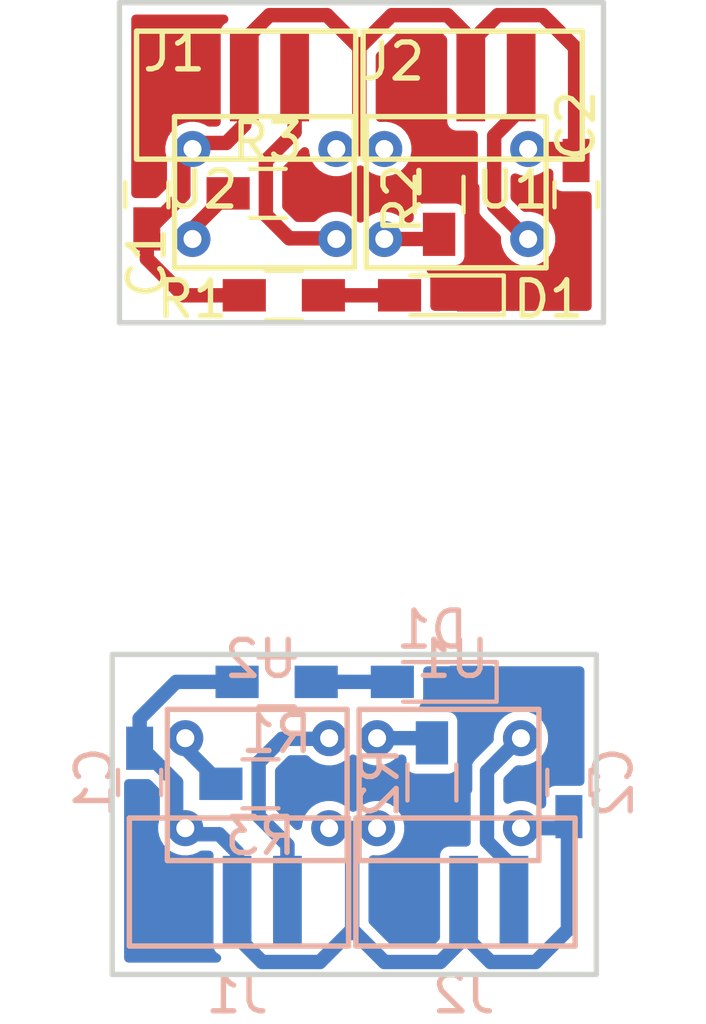
<source format=kicad_pcb>
(kicad_pcb (version 4) (host pcbnew 4.0.7-e2-6376~58~ubuntu16.04.1)

  (general
    (links 45)
    (no_connects 9)
    (area 30.131429 32.893 49.922572 64.325)
    (thickness 1.6)
    (drawings 8)
    (tracks 142)
    (zones 0)
    (modules 20)
    (nets 8)
  )

  (page A4)
  (layers
    (0 F.Cu signal)
    (31 B.Cu signal)
    (32 B.Adhes user)
    (33 F.Adhes user)
    (34 B.Paste user)
    (35 F.Paste user)
    (36 B.SilkS user)
    (37 F.SilkS user)
    (38 B.Mask user)
    (39 F.Mask user)
    (40 Dwgs.User user hide)
    (41 Cmts.User user)
    (42 Eco1.User user)
    (43 Eco2.User user)
    (44 Edge.Cuts user)
    (45 Margin user)
    (46 B.CrtYd user)
    (47 F.CrtYd user)
    (48 B.Fab user)
    (49 F.Fab user)
  )

  (setup
    (last_trace_width 0.25)
    (user_trace_width 0.4)
    (user_trace_width 1)
    (trace_clearance 0.2)
    (zone_clearance 0.254)
    (zone_45_only no)
    (trace_min 0.2)
    (segment_width 0.2)
    (edge_width 0.15)
    (via_size 0.6)
    (via_drill 0.4)
    (via_min_size 0.4)
    (via_min_drill 0.3)
    (uvia_size 0.3)
    (uvia_drill 0.1)
    (uvias_allowed no)
    (uvia_min_size 0.2)
    (uvia_min_drill 0.1)
    (pcb_text_width 0.3)
    (pcb_text_size 1.5 1.5)
    (mod_edge_width 0.15)
    (mod_text_size 1 1)
    (mod_text_width 0.15)
    (pad_size 1.524 1.524)
    (pad_drill 0.762)
    (pad_to_mask_clearance 0.2)
    (aux_axis_origin 0 0)
    (visible_elements 7FFEE76F)
    (pcbplotparams
      (layerselection 0x00030_80000001)
      (usegerberextensions false)
      (excludeedgelayer true)
      (linewidth 0.100000)
      (plotframeref false)
      (viasonmask false)
      (mode 1)
      (useauxorigin false)
      (hpglpennumber 1)
      (hpglpenspeed 20)
      (hpglpendiameter 15)
      (hpglpenoverlay 2)
      (psnegative false)
      (psa4output false)
      (plotreference true)
      (plotvalue true)
      (plotinvisibletext false)
      (padsonsilk false)
      (subtractmaskfromsilk false)
      (outputformat 1)
      (mirror false)
      (drillshape 1)
      (scaleselection 1)
      (outputdirectory ""))
  )

  (net 0 "")
  (net 1 +5V)
  (net 2 GND)
  (net 3 "Net-(D1-Pad2)")
  (net 4 "Net-(J1-Pad3)")
  (net 5 "Net-(J2-Pad3)")
  (net 6 "Net-(R2-Pad1)")
  (net 7 "Net-(R3-Pad1)")

  (net_class Default "This is the default net class."
    (clearance 0.2)
    (trace_width 0.25)
    (via_dia 0.6)
    (via_drill 0.4)
    (uvia_dia 0.3)
    (uvia_drill 0.1)
    (add_net +5V)
    (add_net GND)
    (add_net "Net-(D1-Pad2)")
    (add_net "Net-(J1-Pad3)")
    (add_net "Net-(J2-Pad3)")
    (add_net "Net-(R2-Pad1)")
    (add_net "Net-(R3-Pad1)")
  )

  (module zisaku:ZH-3pin-small-SMD (layer B.Cu) (tedit 5BCF5FFE) (tstamp 5BCF9484)
    (at 46.2 58.35 180)
    (path /5BCEC198)
    (fp_text reference J2 (at 3.1 -4.9 180) (layer B.SilkS)
      (effects (font (size 1 1) (thickness 0.15)) (justify mirror))
    )
    (fp_text value Conn_01x03 (at 3.5 1.2 180) (layer B.Fab)
      (effects (font (size 1 1) (thickness 0.15)) (justify mirror))
    )
    (fp_line (start 0 0) (end 6.096 0) (layer B.SilkS) (width 0.15))
    (fp_line (start 6.096 0) (end 6.096 -3.556) (layer B.SilkS) (width 0.15))
    (fp_line (start 6.096 -3.556) (end 0 -3.556) (layer B.SilkS) (width 0.15))
    (fp_line (start 0 -3.556) (end 0 0) (layer B.SilkS) (width 0.15))
    (pad 1 smd rect (at 4.5 -2.3 180) (size 0.8 2.5) (layers B.Cu B.Paste B.Mask)
      (net 2 GND))
    (pad 2 smd rect (at 3.1 -2.3 180) (size 0.8 2.5) (layers B.Cu B.Paste B.Mask)
      (net 1 +5V))
    (pad 3 smd rect (at 1.7 -2.3 180) (size 0.8 2.5) (layers B.Cu B.Paste B.Mask)
      (net 5 "Net-(J2-Pad3)"))
  )

  (module zisaku:ZH-3pin-small-SMD (layer B.Cu) (tedit 5BCF5FFE) (tstamp 5BCF947A)
    (at 39.9 58.35 180)
    (path /5BCEC1E0)
    (fp_text reference J1 (at 3.1 -4.9 180) (layer B.SilkS)
      (effects (font (size 1 1) (thickness 0.15)) (justify mirror))
    )
    (fp_text value Conn_01x03 (at 3.5 1.2 180) (layer B.Fab)
      (effects (font (size 1 1) (thickness 0.15)) (justify mirror))
    )
    (fp_line (start 0 0) (end 6.096 0) (layer B.SilkS) (width 0.15))
    (fp_line (start 6.096 0) (end 6.096 -3.556) (layer B.SilkS) (width 0.15))
    (fp_line (start 6.096 -3.556) (end 0 -3.556) (layer B.SilkS) (width 0.15))
    (fp_line (start 0 -3.556) (end 0 0) (layer B.SilkS) (width 0.15))
    (pad 1 smd rect (at 4.5 -2.3 180) (size 0.8 2.5) (layers B.Cu B.Paste B.Mask)
      (net 2 GND))
    (pad 2 smd rect (at 3.1 -2.3 180) (size 0.8 2.5) (layers B.Cu B.Paste B.Mask)
      (net 1 +5V))
    (pad 3 smd rect (at 1.7 -2.3 180) (size 0.8 2.5) (layers B.Cu B.Paste B.Mask)
      (net 4 "Net-(J1-Pad3)"))
  )

  (module Capacitors_SMD:C_0603_HandSoldering (layer B.Cu) (tedit 58AA848B) (tstamp 5BCF946A)
    (at 34.09 57.362 270)
    (descr "Capacitor SMD 0603, hand soldering")
    (tags "capacitor 0603")
    (path /5BCED102)
    (attr smd)
    (fp_text reference C1 (at 0 1.25 270) (layer B.SilkS)
      (effects (font (size 1 1) (thickness 0.15)) (justify mirror))
    )
    (fp_text value 0.1u (at 0 -1.5 270) (layer B.Fab)
      (effects (font (size 1 1) (thickness 0.15)) (justify mirror))
    )
    (fp_text user %R (at 0 1.25 270) (layer B.Fab)
      (effects (font (size 1 1) (thickness 0.15)) (justify mirror))
    )
    (fp_line (start -0.8 -0.4) (end -0.8 0.4) (layer B.Fab) (width 0.1))
    (fp_line (start 0.8 -0.4) (end -0.8 -0.4) (layer B.Fab) (width 0.1))
    (fp_line (start 0.8 0.4) (end 0.8 -0.4) (layer B.Fab) (width 0.1))
    (fp_line (start -0.8 0.4) (end 0.8 0.4) (layer B.Fab) (width 0.1))
    (fp_line (start -0.35 0.6) (end 0.35 0.6) (layer B.SilkS) (width 0.12))
    (fp_line (start 0.35 -0.6) (end -0.35 -0.6) (layer B.SilkS) (width 0.12))
    (fp_line (start -1.8 0.65) (end 1.8 0.65) (layer B.CrtYd) (width 0.05))
    (fp_line (start -1.8 0.65) (end -1.8 -0.65) (layer B.CrtYd) (width 0.05))
    (fp_line (start 1.8 -0.65) (end 1.8 0.65) (layer B.CrtYd) (width 0.05))
    (fp_line (start 1.8 -0.65) (end -1.8 -0.65) (layer B.CrtYd) (width 0.05))
    (pad 1 smd rect (at -0.95 0 270) (size 1.2 0.75) (layers B.Cu B.Paste B.Mask)
      (net 1 +5V))
    (pad 2 smd rect (at 0.95 0 270) (size 1.2 0.75) (layers B.Cu B.Paste B.Mask)
      (net 2 GND))
    (model Capacitors_SMD.3dshapes/C_0603.wrl
      (at (xyz 0 0 0))
      (scale (xyz 1 1 1))
      (rotate (xyz 0 0 0))
    )
  )

  (module Capacitors_SMD:C_0603_HandSoldering (layer B.Cu) (tedit 58AA848B) (tstamp 5BCF945A)
    (at 46.028 57.362 90)
    (descr "Capacitor SMD 0603, hand soldering")
    (tags "capacitor 0603")
    (path /5BCED145)
    (attr smd)
    (fp_text reference C2 (at 0 1.25 90) (layer B.SilkS)
      (effects (font (size 1 1) (thickness 0.15)) (justify mirror))
    )
    (fp_text value 0.1u (at 0 -1.5 90) (layer B.Fab)
      (effects (font (size 1 1) (thickness 0.15)) (justify mirror))
    )
    (fp_text user %R (at 0 1.25 90) (layer B.Fab)
      (effects (font (size 1 1) (thickness 0.15)) (justify mirror))
    )
    (fp_line (start -0.8 -0.4) (end -0.8 0.4) (layer B.Fab) (width 0.1))
    (fp_line (start 0.8 -0.4) (end -0.8 -0.4) (layer B.Fab) (width 0.1))
    (fp_line (start 0.8 0.4) (end 0.8 -0.4) (layer B.Fab) (width 0.1))
    (fp_line (start -0.8 0.4) (end 0.8 0.4) (layer B.Fab) (width 0.1))
    (fp_line (start -0.35 0.6) (end 0.35 0.6) (layer B.SilkS) (width 0.12))
    (fp_line (start 0.35 -0.6) (end -0.35 -0.6) (layer B.SilkS) (width 0.12))
    (fp_line (start -1.8 0.65) (end 1.8 0.65) (layer B.CrtYd) (width 0.05))
    (fp_line (start -1.8 0.65) (end -1.8 -0.65) (layer B.CrtYd) (width 0.05))
    (fp_line (start 1.8 -0.65) (end 1.8 0.65) (layer B.CrtYd) (width 0.05))
    (fp_line (start 1.8 -0.65) (end -1.8 -0.65) (layer B.CrtYd) (width 0.05))
    (pad 1 smd rect (at -0.95 0 90) (size 1.2 0.75) (layers B.Cu B.Paste B.Mask)
      (net 1 +5V))
    (pad 2 smd rect (at 0.95 0 90) (size 1.2 0.75) (layers B.Cu B.Paste B.Mask)
      (net 2 GND))
    (model Capacitors_SMD.3dshapes/C_0603.wrl
      (at (xyz 0 0 0))
      (scale (xyz 1 1 1))
      (rotate (xyz 0 0 0))
    )
  )

  (module LEDs:LED_0603_HandSoldering (layer B.Cu) (tedit 595FC9C0) (tstamp 5BCF9446)
    (at 42.218 54.568 180)
    (descr "LED SMD 0603, hand soldering")
    (tags "LED 0603")
    (path /5BCED25C)
    (attr smd)
    (fp_text reference D1 (at 0 1.45 180) (layer B.SilkS)
      (effects (font (size 1 1) (thickness 0.15)) (justify mirror))
    )
    (fp_text value LED (at 0 -1.55 180) (layer B.Fab)
      (effects (font (size 1 1) (thickness 0.15)) (justify mirror))
    )
    (fp_line (start -1.8 0.55) (end -1.8 -0.55) (layer B.SilkS) (width 0.12))
    (fp_line (start -0.2 0.2) (end -0.2 -0.2) (layer B.Fab) (width 0.1))
    (fp_line (start -0.15 0) (end 0.15 0.2) (layer B.Fab) (width 0.1))
    (fp_line (start 0.15 -0.2) (end -0.15 0) (layer B.Fab) (width 0.1))
    (fp_line (start 0.15 0.2) (end 0.15 -0.2) (layer B.Fab) (width 0.1))
    (fp_line (start 0.8 -0.4) (end -0.8 -0.4) (layer B.Fab) (width 0.1))
    (fp_line (start 0.8 0.4) (end 0.8 -0.4) (layer B.Fab) (width 0.1))
    (fp_line (start -0.8 0.4) (end 0.8 0.4) (layer B.Fab) (width 0.1))
    (fp_line (start -1.8 -0.55) (end 0.8 -0.55) (layer B.SilkS) (width 0.12))
    (fp_line (start -1.8 0.55) (end 0.8 0.55) (layer B.SilkS) (width 0.12))
    (fp_line (start -1.96 0.7) (end 1.95 0.7) (layer B.CrtYd) (width 0.05))
    (fp_line (start -1.96 0.7) (end -1.96 -0.7) (layer B.CrtYd) (width 0.05))
    (fp_line (start 1.95 -0.7) (end 1.95 0.7) (layer B.CrtYd) (width 0.05))
    (fp_line (start 1.95 -0.7) (end -1.96 -0.7) (layer B.CrtYd) (width 0.05))
    (fp_line (start -0.8 0.4) (end -0.8 -0.4) (layer B.Fab) (width 0.1))
    (pad 1 smd rect (at -1.1 0 180) (size 1.2 0.9) (layers B.Cu B.Paste B.Mask)
      (net 2 GND))
    (pad 2 smd rect (at 1.1 0 180) (size 1.2 0.9) (layers B.Cu B.Paste B.Mask)
      (net 3 "Net-(D1-Pad2)"))
    (model ${KISYS3DMOD}/LEDs.3dshapes/LED_0603.wrl
      (at (xyz 0 0 0))
      (scale (xyz 1 1 1))
      (rotate (xyz 0 0 180))
    )
  )

  (module Resistors_SMD:R_0603_HandSoldering (layer B.Cu) (tedit 58E0A804) (tstamp 5BCF9436)
    (at 37.9 54.568)
    (descr "Resistor SMD 0603, hand soldering")
    (tags "resistor 0603")
    (path /5BCEC7F4)
    (attr smd)
    (fp_text reference R1 (at 0 1.45) (layer B.SilkS)
      (effects (font (size 1 1) (thickness 0.15)) (justify mirror))
    )
    (fp_text value 1k (at 0 -1.55) (layer B.Fab)
      (effects (font (size 1 1) (thickness 0.15)) (justify mirror))
    )
    (fp_text user %R (at 0 0) (layer B.Fab)
      (effects (font (size 0.4 0.4) (thickness 0.075)) (justify mirror))
    )
    (fp_line (start -0.8 -0.4) (end -0.8 0.4) (layer B.Fab) (width 0.1))
    (fp_line (start 0.8 -0.4) (end -0.8 -0.4) (layer B.Fab) (width 0.1))
    (fp_line (start 0.8 0.4) (end 0.8 -0.4) (layer B.Fab) (width 0.1))
    (fp_line (start -0.8 0.4) (end 0.8 0.4) (layer B.Fab) (width 0.1))
    (fp_line (start 0.5 -0.68) (end -0.5 -0.68) (layer B.SilkS) (width 0.12))
    (fp_line (start -0.5 0.68) (end 0.5 0.68) (layer B.SilkS) (width 0.12))
    (fp_line (start -1.96 0.7) (end 1.95 0.7) (layer B.CrtYd) (width 0.05))
    (fp_line (start -1.96 0.7) (end -1.96 -0.7) (layer B.CrtYd) (width 0.05))
    (fp_line (start 1.95 -0.7) (end 1.95 0.7) (layer B.CrtYd) (width 0.05))
    (fp_line (start 1.95 -0.7) (end -1.96 -0.7) (layer B.CrtYd) (width 0.05))
    (pad 1 smd rect (at -1.1 0) (size 1.2 0.9) (layers B.Cu B.Paste B.Mask)
      (net 1 +5V))
    (pad 2 smd rect (at 1.1 0) (size 1.2 0.9) (layers B.Cu B.Paste B.Mask)
      (net 3 "Net-(D1-Pad2)"))
    (model ${KISYS3DMOD}/Resistors_SMD.3dshapes/R_0603.wrl
      (at (xyz 0 0 0))
      (scale (xyz 1 1 1))
      (rotate (xyz 0 0 0))
    )
  )

  (module Resistors_SMD:R_0603_HandSoldering (layer B.Cu) (tedit 58E0A804) (tstamp 5BCF9426)
    (at 42.218 57.362 270)
    (descr "Resistor SMD 0603, hand soldering")
    (tags "resistor 0603")
    (path /5BCEC25E)
    (attr smd)
    (fp_text reference R2 (at 0 1.45 270) (layer B.SilkS)
      (effects (font (size 1 1) (thickness 0.15)) (justify mirror))
    )
    (fp_text value 470 (at 0 -1.55 270) (layer B.Fab)
      (effects (font (size 1 1) (thickness 0.15)) (justify mirror))
    )
    (fp_text user %R (at 0 0 270) (layer B.Fab)
      (effects (font (size 0.4 0.4) (thickness 0.075)) (justify mirror))
    )
    (fp_line (start -0.8 -0.4) (end -0.8 0.4) (layer B.Fab) (width 0.1))
    (fp_line (start 0.8 -0.4) (end -0.8 -0.4) (layer B.Fab) (width 0.1))
    (fp_line (start 0.8 0.4) (end 0.8 -0.4) (layer B.Fab) (width 0.1))
    (fp_line (start -0.8 0.4) (end 0.8 0.4) (layer B.Fab) (width 0.1))
    (fp_line (start 0.5 -0.68) (end -0.5 -0.68) (layer B.SilkS) (width 0.12))
    (fp_line (start -0.5 0.68) (end 0.5 0.68) (layer B.SilkS) (width 0.12))
    (fp_line (start -1.96 0.7) (end 1.95 0.7) (layer B.CrtYd) (width 0.05))
    (fp_line (start -1.96 0.7) (end -1.96 -0.7) (layer B.CrtYd) (width 0.05))
    (fp_line (start 1.95 -0.7) (end 1.95 0.7) (layer B.CrtYd) (width 0.05))
    (fp_line (start 1.95 -0.7) (end -1.96 -0.7) (layer B.CrtYd) (width 0.05))
    (pad 1 smd rect (at -1.1 0 270) (size 1.2 0.9) (layers B.Cu B.Paste B.Mask)
      (net 6 "Net-(R2-Pad1)"))
    (pad 2 smd rect (at 1.1 0 270) (size 1.2 0.9) (layers B.Cu B.Paste B.Mask)
      (net 2 GND))
    (model ${KISYS3DMOD}/Resistors_SMD.3dshapes/R_0603.wrl
      (at (xyz 0 0 0))
      (scale (xyz 1 1 1))
      (rotate (xyz 0 0 0))
    )
  )

  (module Resistors_SMD:R_0603_HandSoldering (layer B.Cu) (tedit 58E0A804) (tstamp 5BCF9416)
    (at 37.45 57.4)
    (descr "Resistor SMD 0603, hand soldering")
    (tags "resistor 0603")
    (path /5BCEC2B7)
    (attr smd)
    (fp_text reference R3 (at 0 1.45) (layer B.SilkS)
      (effects (font (size 1 1) (thickness 0.15)) (justify mirror))
    )
    (fp_text value 470 (at 0 -1.55) (layer B.Fab)
      (effects (font (size 1 1) (thickness 0.15)) (justify mirror))
    )
    (fp_text user %R (at 0 0) (layer B.Fab)
      (effects (font (size 0.4 0.4) (thickness 0.075)) (justify mirror))
    )
    (fp_line (start -0.8 -0.4) (end -0.8 0.4) (layer B.Fab) (width 0.1))
    (fp_line (start 0.8 -0.4) (end -0.8 -0.4) (layer B.Fab) (width 0.1))
    (fp_line (start 0.8 0.4) (end 0.8 -0.4) (layer B.Fab) (width 0.1))
    (fp_line (start -0.8 0.4) (end 0.8 0.4) (layer B.Fab) (width 0.1))
    (fp_line (start 0.5 -0.68) (end -0.5 -0.68) (layer B.SilkS) (width 0.12))
    (fp_line (start -0.5 0.68) (end 0.5 0.68) (layer B.SilkS) (width 0.12))
    (fp_line (start -1.96 0.7) (end 1.95 0.7) (layer B.CrtYd) (width 0.05))
    (fp_line (start -1.96 0.7) (end -1.96 -0.7) (layer B.CrtYd) (width 0.05))
    (fp_line (start 1.95 -0.7) (end 1.95 0.7) (layer B.CrtYd) (width 0.05))
    (fp_line (start 1.95 -0.7) (end -1.96 -0.7) (layer B.CrtYd) (width 0.05))
    (pad 1 smd rect (at -1.1 0) (size 1.2 0.9) (layers B.Cu B.Paste B.Mask)
      (net 7 "Net-(R3-Pad1)"))
    (pad 2 smd rect (at 1.1 0) (size 1.2 0.9) (layers B.Cu B.Paste B.Mask)
      (net 2 GND))
    (model ${KISYS3DMOD}/Resistors_SMD.3dshapes/R_0603.wrl
      (at (xyz 0 0 0))
      (scale (xyz 1 1 1))
      (rotate (xyz 0 0 0))
    )
  )

  (module zisaku:photo-ee-sx1103 (layer B.Cu) (tedit 5BCECDA2) (tstamp 5BCF940B)
    (at 40.694 58.632)
    (path /5BCEBECA)
    (fp_text reference U1 (at 2.1 -4.7) (layer B.SilkS)
      (effects (font (size 1 1) (thickness 0.15)) (justify mirror))
    )
    (fp_text value PHOTOINTERRUPT1 (at 1.9 1.8) (layer B.Fab)
      (effects (font (size 1 1) (thickness 0.15)) (justify mirror))
    )
    (fp_line (start -0.5 0.9) (end -0.5 -3.3) (layer B.SilkS) (width 0.15))
    (fp_line (start -0.5 -3.3) (end 4.5 -3.3) (layer B.SilkS) (width 0.15))
    (fp_line (start 4.5 0.9) (end 4.5 -3.3) (layer B.SilkS) (width 0.15))
    (fp_line (start -0.5 0.9) (end 4.5 0.9) (layer B.SilkS) (width 0.15))
    (pad 1 thru_hole circle (at 0 0) (size 1 1) (drill 0.5) (layers *.Cu *.Mask)
      (net 1 +5V))
    (pad 2 thru_hole circle (at 0 -2.5) (size 1 1) (drill 0.5) (layers *.Cu *.Mask)
      (net 6 "Net-(R2-Pad1)"))
    (pad 3 thru_hole circle (at 4 0) (size 1 1) (drill 0.5) (layers *.Cu *.Mask)
      (net 1 +5V))
    (pad 4 thru_hole circle (at 4 -2.5) (size 1 1) (drill 0.5) (layers *.Cu *.Mask)
      (net 5 "Net-(J2-Pad3)"))
  )

  (module zisaku:photo-ee-sx1103 (layer B.Cu) (tedit 5BCECDA2) (tstamp 5BCF9400)
    (at 35.36 58.632)
    (path /5BCEBF5A)
    (fp_text reference U2 (at 2.1 -4.7) (layer B.SilkS)
      (effects (font (size 1 1) (thickness 0.15)) (justify mirror))
    )
    (fp_text value PHOTOINTERRUPT1 (at 1.9 1.8) (layer B.Fab)
      (effects (font (size 1 1) (thickness 0.15)) (justify mirror))
    )
    (fp_line (start -0.5 0.9) (end -0.5 -3.3) (layer B.SilkS) (width 0.15))
    (fp_line (start -0.5 -3.3) (end 4.5 -3.3) (layer B.SilkS) (width 0.15))
    (fp_line (start 4.5 0.9) (end 4.5 -3.3) (layer B.SilkS) (width 0.15))
    (fp_line (start -0.5 0.9) (end 4.5 0.9) (layer B.SilkS) (width 0.15))
    (pad 1 thru_hole circle (at 0 0) (size 1 1) (drill 0.5) (layers *.Cu *.Mask)
      (net 1 +5V))
    (pad 2 thru_hole circle (at 0 -2.5) (size 1 1) (drill 0.5) (layers *.Cu *.Mask)
      (net 7 "Net-(R3-Pad1)"))
    (pad 3 thru_hole circle (at 4 0) (size 1 1) (drill 0.5) (layers *.Cu *.Mask)
      (net 1 +5V))
    (pad 4 thru_hole circle (at 4 -2.5) (size 1 1) (drill 0.5) (layers *.Cu *.Mask)
      (net 4 "Net-(J1-Pad3)"))
  )

  (module zisaku:photo-ee-sx1103 (layer F.Cu) (tedit 5C32EC67) (tstamp 5BCEF3C8)
    (at 35.56 39.766)
    (path /5BCEBF5A)
    (fp_text reference U2 (at 0.254 1.128) (layer F.SilkS)
      (effects (font (size 1 1) (thickness 0.15)))
    )
    (fp_text value PHOTOINTERRUPT1 (at 1.9 -1.8) (layer F.Fab)
      (effects (font (size 1 1) (thickness 0.15)))
    )
    (fp_line (start -0.5 -0.9) (end -0.5 3.3) (layer F.SilkS) (width 0.15))
    (fp_line (start -0.5 3.3) (end 4.5 3.3) (layer F.SilkS) (width 0.15))
    (fp_line (start 4.5 -0.9) (end 4.5 3.3) (layer F.SilkS) (width 0.15))
    (fp_line (start -0.5 -0.9) (end 4.5 -0.9) (layer F.SilkS) (width 0.15))
    (pad 1 thru_hole circle (at 0 0) (size 1 1) (drill 0.5) (layers *.Cu *.Mask)
      (net 1 +5V))
    (pad 2 thru_hole circle (at 0 2.5) (size 1 1) (drill 0.5) (layers *.Cu *.Mask)
      (net 7 "Net-(R3-Pad1)"))
    (pad 3 thru_hole circle (at 4 0) (size 1 1) (drill 0.5) (layers *.Cu *.Mask)
      (net 1 +5V))
    (pad 4 thru_hole circle (at 4 2.5) (size 1 1) (drill 0.5) (layers *.Cu *.Mask)
      (net 4 "Net-(J1-Pad3)"))
  )

  (module zisaku:photo-ee-sx1103 (layer F.Cu) (tedit 5C32EC85) (tstamp 5BCEF3BD)
    (at 40.894 39.766)
    (path /5BCEBECA)
    (fp_text reference U1 (at 3.556 1.128) (layer F.SilkS)
      (effects (font (size 1 1) (thickness 0.15)))
    )
    (fp_text value PHOTOINTERRUPT1 (at 1.9 -1.8) (layer F.Fab)
      (effects (font (size 1 1) (thickness 0.15)))
    )
    (fp_line (start -0.5 -0.9) (end -0.5 3.3) (layer F.SilkS) (width 0.15))
    (fp_line (start -0.5 3.3) (end 4.5 3.3) (layer F.SilkS) (width 0.15))
    (fp_line (start 4.5 -0.9) (end 4.5 3.3) (layer F.SilkS) (width 0.15))
    (fp_line (start -0.5 -0.9) (end 4.5 -0.9) (layer F.SilkS) (width 0.15))
    (pad 1 thru_hole circle (at 0 0) (size 1 1) (drill 0.5) (layers *.Cu *.Mask)
      (net 1 +5V))
    (pad 2 thru_hole circle (at 0 2.5) (size 1 1) (drill 0.5) (layers *.Cu *.Mask)
      (net 6 "Net-(R2-Pad1)"))
    (pad 3 thru_hole circle (at 4 0) (size 1 1) (drill 0.5) (layers *.Cu *.Mask)
      (net 1 +5V))
    (pad 4 thru_hole circle (at 4 2.5) (size 1 1) (drill 0.5) (layers *.Cu *.Mask)
      (net 5 "Net-(J2-Pad3)"))
  )

  (module Resistors_SMD:R_0603_HandSoldering (layer F.Cu) (tedit 58E0A804) (tstamp 5BCEF3AD)
    (at 37.65 40.998)
    (descr "Resistor SMD 0603, hand soldering")
    (tags "resistor 0603")
    (path /5BCEC2B7)
    (attr smd)
    (fp_text reference R3 (at 0 -1.45) (layer F.SilkS)
      (effects (font (size 1 1) (thickness 0.15)))
    )
    (fp_text value 470 (at 0 1.55) (layer F.Fab)
      (effects (font (size 1 1) (thickness 0.15)))
    )
    (fp_text user %R (at 0 0) (layer F.Fab)
      (effects (font (size 0.4 0.4) (thickness 0.075)))
    )
    (fp_line (start -0.8 0.4) (end -0.8 -0.4) (layer F.Fab) (width 0.1))
    (fp_line (start 0.8 0.4) (end -0.8 0.4) (layer F.Fab) (width 0.1))
    (fp_line (start 0.8 -0.4) (end 0.8 0.4) (layer F.Fab) (width 0.1))
    (fp_line (start -0.8 -0.4) (end 0.8 -0.4) (layer F.Fab) (width 0.1))
    (fp_line (start 0.5 0.68) (end -0.5 0.68) (layer F.SilkS) (width 0.12))
    (fp_line (start -0.5 -0.68) (end 0.5 -0.68) (layer F.SilkS) (width 0.12))
    (fp_line (start -1.96 -0.7) (end 1.95 -0.7) (layer F.CrtYd) (width 0.05))
    (fp_line (start -1.96 -0.7) (end -1.96 0.7) (layer F.CrtYd) (width 0.05))
    (fp_line (start 1.95 0.7) (end 1.95 -0.7) (layer F.CrtYd) (width 0.05))
    (fp_line (start 1.95 0.7) (end -1.96 0.7) (layer F.CrtYd) (width 0.05))
    (pad 1 smd rect (at -1.1 0) (size 1.2 0.9) (layers F.Cu F.Paste F.Mask)
      (net 7 "Net-(R3-Pad1)"))
    (pad 2 smd rect (at 1.1 0) (size 1.2 0.9) (layers F.Cu F.Paste F.Mask)
      (net 2 GND))
    (model ${KISYS3DMOD}/Resistors_SMD.3dshapes/R_0603.wrl
      (at (xyz 0 0 0))
      (scale (xyz 1 1 1))
      (rotate (xyz 0 0 0))
    )
  )

  (module Resistors_SMD:R_0603_HandSoldering (layer F.Cu) (tedit 5C32EC81) (tstamp 5BCEF39D)
    (at 42.418 41.036 90)
    (descr "Resistor SMD 0603, hand soldering")
    (tags "resistor 0603")
    (path /5BCEC25E)
    (attr smd)
    (fp_text reference R2 (at -0.112 -1.016 90) (layer F.SilkS)
      (effects (font (size 1 1) (thickness 0.15)))
    )
    (fp_text value 470 (at 0 1.55 90) (layer F.Fab)
      (effects (font (size 1 1) (thickness 0.15)))
    )
    (fp_text user %R (at 0 0 90) (layer F.Fab)
      (effects (font (size 0.4 0.4) (thickness 0.075)))
    )
    (fp_line (start -0.8 0.4) (end -0.8 -0.4) (layer F.Fab) (width 0.1))
    (fp_line (start 0.8 0.4) (end -0.8 0.4) (layer F.Fab) (width 0.1))
    (fp_line (start 0.8 -0.4) (end 0.8 0.4) (layer F.Fab) (width 0.1))
    (fp_line (start -0.8 -0.4) (end 0.8 -0.4) (layer F.Fab) (width 0.1))
    (fp_line (start 0.5 0.68) (end -0.5 0.68) (layer F.SilkS) (width 0.12))
    (fp_line (start -0.5 -0.68) (end 0.5 -0.68) (layer F.SilkS) (width 0.12))
    (fp_line (start -1.96 -0.7) (end 1.95 -0.7) (layer F.CrtYd) (width 0.05))
    (fp_line (start -1.96 -0.7) (end -1.96 0.7) (layer F.CrtYd) (width 0.05))
    (fp_line (start 1.95 0.7) (end 1.95 -0.7) (layer F.CrtYd) (width 0.05))
    (fp_line (start 1.95 0.7) (end -1.96 0.7) (layer F.CrtYd) (width 0.05))
    (pad 1 smd rect (at -1.1 0 90) (size 1.2 0.9) (layers F.Cu F.Paste F.Mask)
      (net 6 "Net-(R2-Pad1)"))
    (pad 2 smd rect (at 1.1 0 90) (size 1.2 0.9) (layers F.Cu F.Paste F.Mask)
      (net 2 GND))
    (model ${KISYS3DMOD}/Resistors_SMD.3dshapes/R_0603.wrl
      (at (xyz 0 0 0))
      (scale (xyz 1 1 1))
      (rotate (xyz 0 0 0))
    )
  )

  (module Resistors_SMD:R_0603_HandSoldering (layer F.Cu) (tedit 5C32EC95) (tstamp 5BCEF38D)
    (at 38.1 43.83)
    (descr "Resistor SMD 0603, hand soldering")
    (tags "resistor 0603")
    (path /5BCEC7F4)
    (attr smd)
    (fp_text reference R1 (at -2.54 0.112) (layer F.SilkS)
      (effects (font (size 1 1) (thickness 0.15)))
    )
    (fp_text value 1k (at 0 1.55) (layer F.Fab)
      (effects (font (size 1 1) (thickness 0.15)))
    )
    (fp_text user %R (at 0 0) (layer F.Fab)
      (effects (font (size 0.4 0.4) (thickness 0.075)))
    )
    (fp_line (start -0.8 0.4) (end -0.8 -0.4) (layer F.Fab) (width 0.1))
    (fp_line (start 0.8 0.4) (end -0.8 0.4) (layer F.Fab) (width 0.1))
    (fp_line (start 0.8 -0.4) (end 0.8 0.4) (layer F.Fab) (width 0.1))
    (fp_line (start -0.8 -0.4) (end 0.8 -0.4) (layer F.Fab) (width 0.1))
    (fp_line (start 0.5 0.68) (end -0.5 0.68) (layer F.SilkS) (width 0.12))
    (fp_line (start -0.5 -0.68) (end 0.5 -0.68) (layer F.SilkS) (width 0.12))
    (fp_line (start -1.96 -0.7) (end 1.95 -0.7) (layer F.CrtYd) (width 0.05))
    (fp_line (start -1.96 -0.7) (end -1.96 0.7) (layer F.CrtYd) (width 0.05))
    (fp_line (start 1.95 0.7) (end 1.95 -0.7) (layer F.CrtYd) (width 0.05))
    (fp_line (start 1.95 0.7) (end -1.96 0.7) (layer F.CrtYd) (width 0.05))
    (pad 1 smd rect (at -1.1 0) (size 1.2 0.9) (layers F.Cu F.Paste F.Mask)
      (net 1 +5V))
    (pad 2 smd rect (at 1.1 0) (size 1.2 0.9) (layers F.Cu F.Paste F.Mask)
      (net 3 "Net-(D1-Pad2)"))
    (model ${KISYS3DMOD}/Resistors_SMD.3dshapes/R_0603.wrl
      (at (xyz 0 0 0))
      (scale (xyz 1 1 1))
      (rotate (xyz 0 0 0))
    )
  )

  (module LEDs:LED_0603_HandSoldering (layer F.Cu) (tedit 5C32EC99) (tstamp 5BCEF379)
    (at 42.418 43.83 180)
    (descr "LED SMD 0603, hand soldering")
    (tags "LED 0603")
    (path /5BCED25C)
    (attr smd)
    (fp_text reference D1 (at -3.048 -0.112 180) (layer F.SilkS)
      (effects (font (size 1 1) (thickness 0.15)))
    )
    (fp_text value LED (at 0 1.55 180) (layer F.Fab)
      (effects (font (size 1 1) (thickness 0.15)))
    )
    (fp_line (start -1.8 -0.55) (end -1.8 0.55) (layer F.SilkS) (width 0.12))
    (fp_line (start -0.2 -0.2) (end -0.2 0.2) (layer F.Fab) (width 0.1))
    (fp_line (start -0.15 0) (end 0.15 -0.2) (layer F.Fab) (width 0.1))
    (fp_line (start 0.15 0.2) (end -0.15 0) (layer F.Fab) (width 0.1))
    (fp_line (start 0.15 -0.2) (end 0.15 0.2) (layer F.Fab) (width 0.1))
    (fp_line (start 0.8 0.4) (end -0.8 0.4) (layer F.Fab) (width 0.1))
    (fp_line (start 0.8 -0.4) (end 0.8 0.4) (layer F.Fab) (width 0.1))
    (fp_line (start -0.8 -0.4) (end 0.8 -0.4) (layer F.Fab) (width 0.1))
    (fp_line (start -1.8 0.55) (end 0.8 0.55) (layer F.SilkS) (width 0.12))
    (fp_line (start -1.8 -0.55) (end 0.8 -0.55) (layer F.SilkS) (width 0.12))
    (fp_line (start -1.96 -0.7) (end 1.95 -0.7) (layer F.CrtYd) (width 0.05))
    (fp_line (start -1.96 -0.7) (end -1.96 0.7) (layer F.CrtYd) (width 0.05))
    (fp_line (start 1.95 0.7) (end 1.95 -0.7) (layer F.CrtYd) (width 0.05))
    (fp_line (start 1.95 0.7) (end -1.96 0.7) (layer F.CrtYd) (width 0.05))
    (fp_line (start -0.8 -0.4) (end -0.8 0.4) (layer F.Fab) (width 0.1))
    (pad 1 smd rect (at -1.1 0 180) (size 1.2 0.9) (layers F.Cu F.Paste F.Mask)
      (net 2 GND))
    (pad 2 smd rect (at 1.1 0 180) (size 1.2 0.9) (layers F.Cu F.Paste F.Mask)
      (net 3 "Net-(D1-Pad2)"))
    (model ${KISYS3DMOD}/LEDs.3dshapes/LED_0603.wrl
      (at (xyz 0 0 0))
      (scale (xyz 1 1 1))
      (rotate (xyz 0 0 180))
    )
  )

  (module Capacitors_SMD:C_0603_HandSoldering (layer F.Cu) (tedit 5C32ECCA) (tstamp 5BCEF369)
    (at 46.228 41.036 270)
    (descr "Capacitor SMD 0603, hand soldering")
    (tags "capacitor 0603")
    (path /5BCED145)
    (attr smd)
    (fp_text reference C2 (at 0 -1.25 270) (layer F.SilkS) hide
      (effects (font (size 1 1) (thickness 0.15)))
    )
    (fp_text value 0.1u (at 0 1.5 270) (layer F.Fab)
      (effects (font (size 1 1) (thickness 0.15)))
    )
    (fp_text user %R (at -1.92 0 270) (layer F.SilkS)
      (effects (font (size 1 1) (thickness 0.15)))
    )
    (fp_line (start -0.8 0.4) (end -0.8 -0.4) (layer F.Fab) (width 0.1))
    (fp_line (start 0.8 0.4) (end -0.8 0.4) (layer F.Fab) (width 0.1))
    (fp_line (start 0.8 -0.4) (end 0.8 0.4) (layer F.Fab) (width 0.1))
    (fp_line (start -0.8 -0.4) (end 0.8 -0.4) (layer F.Fab) (width 0.1))
    (fp_line (start -0.35 -0.6) (end 0.35 -0.6) (layer F.SilkS) (width 0.12))
    (fp_line (start 0.35 0.6) (end -0.35 0.6) (layer F.SilkS) (width 0.12))
    (fp_line (start -1.8 -0.65) (end 1.8 -0.65) (layer F.CrtYd) (width 0.05))
    (fp_line (start -1.8 -0.65) (end -1.8 0.65) (layer F.CrtYd) (width 0.05))
    (fp_line (start 1.8 0.65) (end 1.8 -0.65) (layer F.CrtYd) (width 0.05))
    (fp_line (start 1.8 0.65) (end -1.8 0.65) (layer F.CrtYd) (width 0.05))
    (pad 1 smd rect (at -0.95 0 270) (size 1.2 0.75) (layers F.Cu F.Paste F.Mask)
      (net 1 +5V))
    (pad 2 smd rect (at 0.95 0 270) (size 1.2 0.75) (layers F.Cu F.Paste F.Mask)
      (net 2 GND))
    (model Capacitors_SMD.3dshapes/C_0603.wrl
      (at (xyz 0 0 0))
      (scale (xyz 1 1 1))
      (rotate (xyz 0 0 0))
    )
  )

  (module Capacitors_SMD:C_0603_HandSoldering (layer F.Cu) (tedit 5C32ECC0) (tstamp 5BCEF359)
    (at 34.29 41.036 90)
    (descr "Capacitor SMD 0603, hand soldering")
    (tags "capacitor 0603")
    (path /5BCED102)
    (attr smd)
    (fp_text reference C1 (at -0.112 -1.27 90) (layer F.SilkS) hide
      (effects (font (size 1 1) (thickness 0.15)))
    )
    (fp_text value 0.1u (at 0 1.5 90) (layer F.Fab)
      (effects (font (size 1 1) (thickness 0.15)))
    )
    (fp_text user %R (at -1.89 0 90) (layer F.SilkS)
      (effects (font (size 1 1) (thickness 0.15)))
    )
    (fp_line (start -0.8 0.4) (end -0.8 -0.4) (layer F.Fab) (width 0.1))
    (fp_line (start 0.8 0.4) (end -0.8 0.4) (layer F.Fab) (width 0.1))
    (fp_line (start 0.8 -0.4) (end 0.8 0.4) (layer F.Fab) (width 0.1))
    (fp_line (start -0.8 -0.4) (end 0.8 -0.4) (layer F.Fab) (width 0.1))
    (fp_line (start -0.35 -0.6) (end 0.35 -0.6) (layer F.SilkS) (width 0.12))
    (fp_line (start 0.35 0.6) (end -0.35 0.6) (layer F.SilkS) (width 0.12))
    (fp_line (start -1.8 -0.65) (end 1.8 -0.65) (layer F.CrtYd) (width 0.05))
    (fp_line (start -1.8 -0.65) (end -1.8 0.65) (layer F.CrtYd) (width 0.05))
    (fp_line (start 1.8 0.65) (end 1.8 -0.65) (layer F.CrtYd) (width 0.05))
    (fp_line (start 1.8 0.65) (end -1.8 0.65) (layer F.CrtYd) (width 0.05))
    (pad 1 smd rect (at -0.95 0 90) (size 1.2 0.75) (layers F.Cu F.Paste F.Mask)
      (net 1 +5V))
    (pad 2 smd rect (at 0.95 0 90) (size 1.2 0.75) (layers F.Cu F.Paste F.Mask)
      (net 2 GND))
    (model Capacitors_SMD.3dshapes/C_0603.wrl
      (at (xyz 0 0 0))
      (scale (xyz 1 1 1))
      (rotate (xyz 0 0 0))
    )
  )

  (module zisaku:ZH-3pin-small-SMD (layer F.Cu) (tedit 5C32EC76) (tstamp 5BCEF3D3)
    (at 40.1 40.048 180)
    (path /5BCEC1E0)
    (fp_text reference J1 (at 5.048 2.964 180) (layer F.SilkS)
      (effects (font (size 1 1) (thickness 0.15)))
    )
    (fp_text value Conn_01x03 (at 3.5 -1.2 180) (layer F.Fab)
      (effects (font (size 1 1) (thickness 0.15)))
    )
    (fp_line (start 0 0) (end 6.096 0) (layer F.SilkS) (width 0.15))
    (fp_line (start 6.096 0) (end 6.096 3.556) (layer F.SilkS) (width 0.15))
    (fp_line (start 6.096 3.556) (end 0 3.556) (layer F.SilkS) (width 0.15))
    (fp_line (start 0 3.556) (end 0 0) (layer F.SilkS) (width 0.15))
    (pad 1 smd rect (at 4.5 2.3 180) (size 0.8 2.5) (layers F.Cu F.Paste F.Mask)
      (net 2 GND))
    (pad 2 smd rect (at 3.1 2.3 180) (size 0.8 2.5) (layers F.Cu F.Paste F.Mask)
      (net 1 +5V))
    (pad 3 smd rect (at 1.7 2.3 180) (size 0.8 2.5) (layers F.Cu F.Paste F.Mask)
      (net 4 "Net-(J1-Pad3)"))
  )

  (module zisaku:ZH-3pin-small-SMD (layer F.Cu) (tedit 5C32EC79) (tstamp 5BCEF34F)
    (at 46.4 40.048 180)
    (path /5BCEC198)
    (fp_text reference J2 (at 5.252 2.71 180) (layer F.SilkS)
      (effects (font (size 1 1) (thickness 0.15)))
    )
    (fp_text value Conn_01x03 (at 3.5 -1.2 180) (layer F.Fab)
      (effects (font (size 1 1) (thickness 0.15)))
    )
    (fp_line (start 0 0) (end 6.096 0) (layer F.SilkS) (width 0.15))
    (fp_line (start 6.096 0) (end 6.096 3.556) (layer F.SilkS) (width 0.15))
    (fp_line (start 6.096 3.556) (end 0 3.556) (layer F.SilkS) (width 0.15))
    (fp_line (start 0 3.556) (end 0 0) (layer F.SilkS) (width 0.15))
    (pad 1 smd rect (at 4.5 2.3 180) (size 0.8 2.5) (layers F.Cu F.Paste F.Mask)
      (net 2 GND))
    (pad 2 smd rect (at 3.1 2.3 180) (size 0.8 2.5) (layers F.Cu F.Paste F.Mask)
      (net 1 +5V))
    (pad 3 smd rect (at 1.7 2.3 180) (size 0.8 2.5) (layers F.Cu F.Paste F.Mask)
      (net 5 "Net-(J2-Pad3)"))
  )

  (gr_line (start 46.79 53.806) (end 46.79 62.696) (angle 90) (layer Edge.Cuts) (width 0.15) (tstamp 5BCF94D8))
  (gr_line (start 33.328 53.806) (end 46.79 53.806) (angle 90) (layer Edge.Cuts) (width 0.15) (tstamp 5BCF94D7))
  (gr_line (start 33.328 62.696) (end 33.328 53.806) (angle 90) (layer Edge.Cuts) (width 0.15) (tstamp 5BCF94D6))
  (gr_line (start 46.79 62.696) (end 33.328 62.696) (angle 90) (layer Edge.Cuts) (width 0.15) (tstamp 5BCF94D5))
  (gr_line (start 46.99 35.702) (end 33.528 35.702) (angle 90) (layer Edge.Cuts) (width 0.15) (tstamp 5BCEF41C))
  (gr_line (start 33.528 35.702) (end 33.528 44.592) (angle 90) (layer Edge.Cuts) (width 0.15) (tstamp 5BCEF41B))
  (gr_line (start 33.528 44.592) (end 46.99 44.592) (angle 90) (layer Edge.Cuts) (width 0.15) (tstamp 5BCEF41A))
  (gr_line (start 46.99 44.592) (end 46.99 35.702) (angle 90) (layer Edge.Cuts) (width 0.15) (tstamp 5BCEF419))

  (segment (start 40.694 58.632) (end 39.932 58.632) (width 0.4) (layer B.Cu) (net 1) (tstamp 5BCF94B4))
  (segment (start 40.05 58.632) (end 39.36 58.632) (width 0.4) (layer B.Cu) (net 1) (tstamp 5BCF94B3))
  (segment (start 40 58.632) (end 40.05 58.632) (width 0.4) (layer B.Cu) (net 1) (tstamp 5BCF94B2))
  (segment (start 39.932 58.632) (end 40 58.632) (width 0.4) (layer B.Cu) (net 1) (tstamp 5BCF94B1))
  (segment (start 35.106 57.362) (end 35.106 58.378) (width 0.4) (layer B.Cu) (net 1) (tstamp 5BCF94B0))
  (segment (start 35.106 58.378) (end 35.36 58.632) (width 0.4) (layer B.Cu) (net 1) (tstamp 5BCF94AF))
  (segment (start 44.694 58.632) (end 45.708 58.632) (width 0.4) (layer B.Cu) (net 1) (tstamp 5BCF94AE))
  (segment (start 45.708 58.632) (end 46.028 58.312) (width 0.4) (layer B.Cu) (net 1) (tstamp 5BCF94AD))
  (segment (start 34.09 56.412) (end 34.09 55.584) (width 0.4) (layer B.Cu) (net 1) (tstamp 5BCF94AC))
  (segment (start 35.106 54.568) (end 36.8 54.568) (width 0.4) (layer B.Cu) (net 1) (tstamp 5BCF94AB))
  (segment (start 34.09 55.584) (end 35.106 54.568) (width 0.4) (layer B.Cu) (net 1) (tstamp 5BCF94AA))
  (segment (start 34.09 56.412) (end 34.156 56.412) (width 0.4) (layer B.Cu) (net 1) (tstamp 5BCF94A9))
  (segment (start 34.156 56.412) (end 35.106 57.362) (width 0.4) (layer B.Cu) (net 1) (tstamp 5BCF94A8))
  (segment (start 46.05 58.45) (end 46.028 58.312) (width 0.4) (layer B.Cu) (net 1) (tstamp 5BCF94A7))
  (segment (start 43.1 60.55) (end 43.1 61.55) (width 0.4) (layer B.Cu) (net 1) (tstamp 5BCF94A6))
  (segment (start 43.1 60.55) (end 43.1 61.5) (width 0.4) (layer B.Cu) (net 1) (tstamp 5BCF94A5))
  (segment (start 37 61.6) (end 36.8 60.55) (width 0.4) (layer B.Cu) (net 1) (tstamp 5BCF94A4))
  (segment (start 35.45 58.6) (end 35.36 58.632) (width 0.4) (layer B.Cu) (net 1) (tstamp 5BCF94A3))
  (segment (start 35.5 58.6) (end 35.45 58.6) (width 0.4) (layer B.Cu) (net 1) (tstamp 5BCF94A2))
  (segment (start 35.7 58.8) (end 35.5 58.6) (width 0.4) (layer B.Cu) (net 1) (tstamp 5BCF94A1))
  (segment (start 36.8 59.3) (end 36.3 58.8) (width 0.4) (layer B.Cu) (net 1) (tstamp 5BCF94A0))
  (segment (start 36.3 58.8) (end 35.7 58.8) (width 0.4) (layer B.Cu) (net 1) (tstamp 5BCF949F))
  (segment (start 36.8 60.65) (end 36.8 59.3) (width 0.4) (layer B.Cu) (net 1) (tstamp 5BCF949E))
  (segment (start 37.5 62.35) (end 39.1 62.35) (width 0.4) (layer B.Cu) (net 1) (tstamp 5BCF949D))
  (segment (start 39.1 62.35) (end 40 61.45) (width 0.4) (layer B.Cu) (net 1) (tstamp 5BCF949C))
  (segment (start 40 61.45) (end 40 58.65) (width 0.4) (layer B.Cu) (net 1) (tstamp 5BCF949B))
  (segment (start 40 58.65) (end 40 58.632) (width 0.4) (layer B.Cu) (net 1) (tstamp 5BCF949A))
  (segment (start 36.8 61.65) (end 37.5 62.35) (width 0.4) (layer B.Cu) (net 1) (tstamp 5BCF9499))
  (segment (start 36.8 60.65) (end 36.8 61.65) (width 0.4) (layer B.Cu) (net 1) (tstamp 5BCF9498))
  (segment (start 46 58.55) (end 46.028 58.312) (width 0.4) (layer B.Cu) (net 1) (tstamp 5BCF9497))
  (segment (start 46 61.45) (end 46 58.55) (width 0.4) (layer B.Cu) (net 1) (tstamp 5BCF9496))
  (segment (start 45.1 62.35) (end 46 61.45) (width 0.4) (layer B.Cu) (net 1) (tstamp 5BCF9495))
  (segment (start 43.85 62.35) (end 45.1 62.35) (width 0.4) (layer B.Cu) (net 1) (tstamp 5BCF9494))
  (segment (start 43.1 61.6) (end 43.85 62.35) (width 0.4) (layer B.Cu) (net 1) (tstamp 5BCF9493))
  (segment (start 43.1 60.65) (end 43.1 61.6) (width 0.4) (layer B.Cu) (net 1) (tstamp 5BCF9492))
  (segment (start 42.45 62.35) (end 40.9 62.35) (width 0.4) (layer B.Cu) (net 1) (tstamp 5BCF9491))
  (segment (start 40.9 62.35) (end 40 61.45) (width 0.4) (layer B.Cu) (net 1) (tstamp 5BCF9490))
  (segment (start 43.1 61.7) (end 42.45 62.35) (width 0.4) (layer B.Cu) (net 1) (tstamp 5BCF948F))
  (segment (start 43.1 60.65) (end 43.1 61.7) (width 0.4) (layer B.Cu) (net 1) (tstamp 5BCF948E))
  (segment (start 43.3 37.748) (end 43.3 36.698) (width 0.4) (layer F.Cu) (net 1))
  (segment (start 43.3 36.698) (end 42.65 36.048) (width 0.4) (layer F.Cu) (net 1) (tstamp 5BCF93FA))
  (segment (start 41.1 36.048) (end 40.2 36.948) (width 0.4) (layer F.Cu) (net 1) (tstamp 5BCF93FC))
  (segment (start 42.65 36.048) (end 41.1 36.048) (width 0.4) (layer F.Cu) (net 1) (tstamp 5BCF93FB))
  (segment (start 43.3 37.748) (end 43.3 36.798) (width 0.4) (layer F.Cu) (net 1))
  (segment (start 43.3 36.798) (end 44.05 36.048) (width 0.4) (layer F.Cu) (net 1) (tstamp 5BCF93E6))
  (segment (start 44.05 36.048) (end 45.3 36.048) (width 0.4) (layer F.Cu) (net 1) (tstamp 5BCF93E7))
  (segment (start 45.3 36.048) (end 46.2 36.948) (width 0.4) (layer F.Cu) (net 1) (tstamp 5BCF93E8))
  (segment (start 46.2 36.948) (end 46.2 39.848) (width 0.4) (layer F.Cu) (net 1) (tstamp 5BCF93E9))
  (segment (start 46.2 39.848) (end 46.228 40.086) (width 0.4) (layer F.Cu) (net 1) (tstamp 5BCF93EB))
  (segment (start 37 37.748) (end 37 36.748) (width 0.4) (layer F.Cu) (net 1))
  (segment (start 37 36.748) (end 37.7 36.048) (width 0.4) (layer F.Cu) (net 1) (tstamp 5BCF93DE))
  (segment (start 40.2 39.748) (end 40.2 39.766) (width 0.4) (layer F.Cu) (net 1) (tstamp 5BCF93E3))
  (segment (start 40.2 36.948) (end 40.2 39.748) (width 0.4) (layer F.Cu) (net 1) (tstamp 5BCF93E1))
  (segment (start 39.3 36.048) (end 40.2 36.948) (width 0.4) (layer F.Cu) (net 1) (tstamp 5BCF93E0))
  (segment (start 37.7 36.048) (end 39.3 36.048) (width 0.4) (layer F.Cu) (net 1) (tstamp 5BCF93DF))
  (segment (start 37 37.748) (end 37 39.098) (width 0.4) (layer F.Cu) (net 1))
  (segment (start 36.5 39.598) (end 35.9 39.598) (width 0.4) (layer F.Cu) (net 1) (tstamp 5BCF93CC))
  (segment (start 37 39.098) (end 36.5 39.598) (width 0.4) (layer F.Cu) (net 1) (tstamp 5BCF93CB))
  (segment (start 35.9 39.598) (end 35.7 39.798) (width 0.4) (layer F.Cu) (net 1) (tstamp 5BCF93CD))
  (segment (start 35.7 39.798) (end 35.65 39.798) (width 0.4) (layer F.Cu) (net 1) (tstamp 5BCF93CE))
  (segment (start 35.65 39.798) (end 35.56 39.766) (width 0.4) (layer F.Cu) (net 1) (tstamp 5BCF93D0))
  (segment (start 37.2 36.798) (end 37 37.848) (width 0.4) (layer F.Cu) (net 1) (tstamp 5BCF938A))
  (segment (start 43.3 37.848) (end 43.3 36.898) (width 0.4) (layer F.Cu) (net 1))
  (segment (start 43.3 37.848) (end 43.3 36.848) (width 0.4) (layer F.Cu) (net 1))
  (segment (start 46.25 39.948) (end 46.228 40.086) (width 0.4) (layer F.Cu) (net 1) (tstamp 5BCF9374))
  (segment (start 34.356 41.986) (end 35.306 41.036) (width 0.4) (layer F.Cu) (net 1) (tstamp 5BCEF3FA))
  (segment (start 34.29 41.986) (end 34.356 41.986) (width 0.4) (layer F.Cu) (net 1) (tstamp 5BCEF3F9))
  (segment (start 34.29 42.814) (end 35.306 43.83) (width 0.4) (layer F.Cu) (net 1) (tstamp 5BCEF3F8))
  (segment (start 35.306 43.83) (end 37 43.83) (width 0.4) (layer F.Cu) (net 1) (tstamp 5BCEF3F7))
  (segment (start 34.29 41.986) (end 34.29 42.814) (width 0.4) (layer F.Cu) (net 1) (tstamp 5BCEF3F6))
  (segment (start 45.908 39.766) (end 46.228 40.086) (width 0.4) (layer F.Cu) (net 1) (tstamp 5BCEF3F5))
  (segment (start 44.894 39.766) (end 45.908 39.766) (width 0.4) (layer F.Cu) (net 1) (tstamp 5BCEF3F4))
  (segment (start 35.306 40.02) (end 35.56 39.766) (width 0.4) (layer F.Cu) (net 1) (tstamp 5BCEF3E9))
  (segment (start 35.306 41.036) (end 35.306 40.02) (width 0.4) (layer F.Cu) (net 1) (tstamp 5BCEF3E8))
  (segment (start 40.132 39.766) (end 40.2 39.766) (width 0.4) (layer F.Cu) (net 1) (tstamp 5BCEF3E7))
  (segment (start 40.2 39.766) (end 40.25 39.766) (width 0.4) (layer F.Cu) (net 1) (tstamp 5BCF93E4))
  (segment (start 40.25 39.766) (end 39.56 39.766) (width 0.4) (layer F.Cu) (net 1) (tstamp 5BCF937B))
  (segment (start 40.894 39.766) (end 40.132 39.766) (width 0.4) (layer F.Cu) (net 1) (tstamp 5BCEF3E6))
  (segment (start 43.318 54.568) (end 43.318 55.5) (width 0.4) (layer B.Cu) (net 2) (tstamp 5BCF94BE))
  (segment (start 43.141998 57.538002) (end 42.218 58.462) (width 0.4) (layer B.Cu) (net 2) (tstamp 5BCF94BD))
  (segment (start 43.141998 55.676002) (end 43.141998 57.538002) (width 0.4) (layer B.Cu) (net 2) (tstamp 5BCF94BC))
  (segment (start 43.318 55.5) (end 43.141998 55.676002) (width 0.4) (layer B.Cu) (net 2) (tstamp 5BCF94BB))
  (segment (start 43.318 54.568) (end 44.758 54.568) (width 0.4) (layer B.Cu) (net 2) (tstamp 5BCF94BA))
  (segment (start 44.758 54.568) (end 46.028 55.838) (width 0.4) (layer B.Cu) (net 2) (tstamp 5BCF94B9))
  (segment (start 46.028 55.838) (end 46.028 56.412) (width 0.4) (layer B.Cu) (net 2) (tstamp 5BCF94B8))
  (segment (start 42.15 58.35) (end 42.218 58.462) (width 0.4) (layer B.Cu) (net 2) (tstamp 5BCF94B7))
  (segment (start 41.2 57.4) (end 42.15 58.35) (width 0.4) (layer B.Cu) (net 2) (tstamp 5BCF94B6))
  (segment (start 38.55 57.4) (end 41.2 57.4) (width 0.4) (layer B.Cu) (net 2) (tstamp 5BCF94B5))
  (segment (start 38.75 40.998) (end 41.4 40.998) (width 0.4) (layer F.Cu) (net 2))
  (segment (start 41.4 40.998) (end 42.35 40.048) (width 0.4) (layer F.Cu) (net 2) (tstamp 5BCF93F1))
  (segment (start 42.35 40.048) (end 42.418 39.936) (width 0.4) (layer F.Cu) (net 2) (tstamp 5BCF93F3))
  (segment (start 46.228 42.56) (end 46.228 41.986) (width 0.4) (layer F.Cu) (net 2) (tstamp 5BCEF406))
  (segment (start 44.958 43.83) (end 46.228 42.56) (width 0.4) (layer F.Cu) (net 2) (tstamp 5BCEF405))
  (segment (start 43.518 43.83) (end 44.958 43.83) (width 0.4) (layer F.Cu) (net 2) (tstamp 5BCEF404))
  (segment (start 43.518 42.898) (end 43.341998 42.721998) (width 0.4) (layer F.Cu) (net 2) (tstamp 5BCEF3FE))
  (segment (start 43.341998 42.721998) (end 43.341998 40.859998) (width 0.4) (layer F.Cu) (net 2) (tstamp 5BCEF3FD))
  (segment (start 43.341998 40.859998) (end 42.418 39.936) (width 0.4) (layer F.Cu) (net 2) (tstamp 5BCEF3FC))
  (segment (start 43.518 43.83) (end 43.518 42.898) (width 0.4) (layer F.Cu) (net 2) (tstamp 5BCEF3FB))
  (segment (start 39 54.568) (end 41.118 54.568) (width 0.4) (layer B.Cu) (net 3) (tstamp 5BCF94BF))
  (segment (start 39.2 43.83) (end 41.318 43.83) (width 0.4) (layer F.Cu) (net 3) (tstamp 5BCEF40A))
  (segment (start 39.25 56.15) (end 39.36 56.132) (width 0.4) (layer B.Cu) (net 4) (tstamp 5BCF94C9))
  (segment (start 38.25 60.4) (end 38.2 60.65) (width 0.4) (layer B.Cu) (net 4) (tstamp 5BCF94C8))
  (segment (start 38.2 60.45) (end 38.25 60.4) (width 0.4) (layer B.Cu) (net 4) (tstamp 5BCF94C7))
  (segment (start 38.2 60.65) (end 38.2 60.45) (width 0.4) (layer B.Cu) (net 4) (tstamp 5BCF94C6))
  (segment (start 39.3 56.15) (end 39.36 56.132) (width 0.4) (layer B.Cu) (net 4) (tstamp 5BCF94C5))
  (segment (start 38.2 59.1) (end 37.4 58.3) (width 0.4) (layer B.Cu) (net 4) (tstamp 5BCF94C4))
  (segment (start 37.4 58.3) (end 37.4 56.8) (width 0.4) (layer B.Cu) (net 4) (tstamp 5BCF94C3))
  (segment (start 37.4 56.8) (end 38.05 56.15) (width 0.4) (layer B.Cu) (net 4) (tstamp 5BCF94C2))
  (segment (start 38.05 56.15) (end 39.3 56.15) (width 0.4) (layer B.Cu) (net 4) (tstamp 5BCF94C1))
  (segment (start 38.2 60.65) (end 38.2 59.1) (width 0.4) (layer B.Cu) (net 4) (tstamp 5BCF94C0))
  (segment (start 38.4 37.748) (end 38.4 39.298) (width 0.4) (layer F.Cu) (net 4))
  (segment (start 38.25 42.248) (end 39.5 42.248) (width 0.4) (layer F.Cu) (net 4) (tstamp 5BCF93D7))
  (segment (start 37.6 41.598) (end 38.25 42.248) (width 0.4) (layer F.Cu) (net 4) (tstamp 5BCF93D6))
  (segment (start 37.6 40.098) (end 37.6 41.598) (width 0.4) (layer F.Cu) (net 4) (tstamp 5BCF93D5))
  (segment (start 38.4 39.298) (end 37.6 40.098) (width 0.4) (layer F.Cu) (net 4) (tstamp 5BCF93D4))
  (segment (start 39.5 42.248) (end 39.56 42.266) (width 0.4) (layer F.Cu) (net 4) (tstamp 5BCF93D9))
  (segment (start 38.4 37.748) (end 38.4 37.948) (width 0.4) (layer F.Cu) (net 4))
  (segment (start 38.4 37.948) (end 38.45 37.998) (width 0.4) (layer F.Cu) (net 4) (tstamp 5BCF93D2))
  (segment (start 38.45 37.998) (end 38.4 37.748) (width 0.4) (layer F.Cu) (net 4) (tstamp 5BCF93D3))
  (segment (start 39.45 42.248) (end 39.56 42.266) (width 0.4) (layer F.Cu) (net 4) (tstamp 5BCF9382))
  (segment (start 44.3 59.7) (end 44.5 60.55) (width 0.4) (layer B.Cu) (net 5) (tstamp 5BCF94CF))
  (segment (start 44.65 56.15) (end 44.694 56.132) (width 0.4) (layer B.Cu) (net 5) (tstamp 5BCF94CE))
  (segment (start 43.75 57.05) (end 44.65 56.15) (width 0.4) (layer B.Cu) (net 5) (tstamp 5BCF94CD))
  (segment (start 43.75 59) (end 43.75 57.05) (width 0.4) (layer B.Cu) (net 5) (tstamp 5BCF94CC))
  (segment (start 44.5 59.75) (end 43.75 59) (width 0.4) (layer B.Cu) (net 5) (tstamp 5BCF94CB))
  (segment (start 44.5 60.65) (end 44.5 59.75) (width 0.4) (layer B.Cu) (net 5) (tstamp 5BCF94CA))
  (segment (start 44.7 37.748) (end 44.7 38.648) (width 0.4) (layer F.Cu) (net 5))
  (segment (start 44.7 38.648) (end 43.95 39.398) (width 0.4) (layer F.Cu) (net 5) (tstamp 5BCF93EC))
  (segment (start 43.95 39.398) (end 43.95 41.348) (width 0.4) (layer F.Cu) (net 5) (tstamp 5BCF93ED))
  (segment (start 43.95 41.348) (end 44.85 42.248) (width 0.4) (layer F.Cu) (net 5) (tstamp 5BCF93EE))
  (segment (start 44.85 42.248) (end 44.894 42.266) (width 0.4) (layer F.Cu) (net 5) (tstamp 5BCF93F0))
  (segment (start 44.5 38.698) (end 44.7 37.848) (width 0.4) (layer F.Cu) (net 5) (tstamp 5BCF936E))
  (segment (start 40.694 56.132) (end 42.088 56.132) (width 0.4) (layer B.Cu) (net 6) (tstamp 5BCF94D1))
  (segment (start 42.088 56.132) (end 42.218 56.262) (width 0.4) (layer B.Cu) (net 6) (tstamp 5BCF94D0))
  (segment (start 42.288 42.266) (end 42.418 42.136) (width 0.4) (layer F.Cu) (net 6) (tstamp 5BCEF416))
  (segment (start 40.894 42.266) (end 42.288 42.266) (width 0.4) (layer F.Cu) (net 6) (tstamp 5BCEF415))
  (segment (start 36.3 57.35) (end 36.35 57.4) (width 0.4) (layer B.Cu) (net 7) (tstamp 5BCF94D4))
  (segment (start 35.36 56.41) (end 36.3 57.35) (width 0.4) (layer B.Cu) (net 7) (tstamp 5BCF94D3))
  (segment (start 35.36 56.132) (end 35.36 56.41) (width 0.4) (layer B.Cu) (net 7) (tstamp 5BCF94D2))
  (segment (start 35.56 42.266) (end 35.56 41.988) (width 0.4) (layer F.Cu) (net 7))
  (segment (start 35.56 41.988) (end 36.5 41.048) (width 0.4) (layer F.Cu) (net 7) (tstamp 5BCF93DB))
  (segment (start 36.5 41.048) (end 36.55 40.998) (width 0.4) (layer F.Cu) (net 7) (tstamp 5BCF93DD))

  (zone (net 2) (net_name GND) (layer F.Cu) (tstamp 5BCEF41D) (hatch edge 0.508)
    (connect_pads yes (clearance 0.254))
    (min_thickness 0.254)
    (fill yes (arc_segments 32) (thermal_gap 0.508) (thermal_bridge_width 0.508))
    (polygon
      (pts
        (xy 33.528 35.702) (xy 46.99 35.702) (xy 46.99 44.592) (xy 33.528 44.592) (xy 33.528 35.956)
      )
    )
    (filled_polygon
      (pts
        (xy 34.725 40.795342) (xy 34.725 40.054265) (xy 34.716176 40.033677) (xy 34.680254 39.864679) (xy 34.677842 39.691923)
        (xy 34.709031 39.521988) (xy 34.772633 39.361348) (xy 34.866225 39.216121) (xy 34.986243 39.091838) (xy 35.128116 38.993234)
        (xy 35.286439 38.924065) (xy 35.455181 38.886964) (xy 35.627917 38.883346) (xy 35.798065 38.913348) (xy 35.959145 38.975827)
        (xy 36.024024 39.017) (xy 36.219857 39.017) (xy 36.217157 38.998) (xy 36.217157 36.498) (xy 36.221995 36.437327)
        (xy 36.253864 36.33442) (xy 36.31314 36.244465) (xy 36.39513 36.174585) (xy 36.431923 36.158) (xy 33.984 36.158)
        (xy 33.984 41.003157) (xy 34.517185 41.003157)
      )
    )
    (filled_polygon
      (pts
        (xy 46.534 41.068843) (xy 45.853 41.068843) (xy 45.792327 41.064005) (xy 45.68942 41.032136) (xy 45.599465 40.97286)
        (xy 45.529585 40.89087) (xy 45.485314 40.792658) (xy 45.470157 40.686) (xy 45.470157 40.436155) (xy 45.458288 40.448107)
        (xy 45.315053 40.54472) (xy 45.155779 40.611673) (xy 44.986535 40.646413) (xy 44.813766 40.64762) (xy 44.644054 40.615245)
        (xy 44.531 40.569568) (xy 44.531 41.107342) (xy 44.810182 41.386524) (xy 44.961917 41.383346) (xy 45.132065 41.413348)
        (xy 45.293145 41.475827) (xy 45.439022 41.568403) (xy 45.56414 41.687551) (xy 45.663732 41.828732) (xy 45.734005 41.986568)
        (xy 45.772282 42.155047) (xy 45.775038 42.352387) (xy 45.74148 42.521869) (xy 45.675641 42.681606) (xy 45.58003 42.825512)
        (xy 45.458288 42.948107) (xy 45.315053 43.04472) (xy 45.155779 43.111673) (xy 44.986535 43.146413) (xy 44.813766 43.14762)
        (xy 44.644054 43.115245) (xy 44.483861 43.050523) (xy 44.339291 42.955919) (xy 44.215849 42.835036) (xy 44.118238 42.692479)
        (xy 44.050176 42.533677) (xy 44.014254 42.364679) (xy 44.012402 42.23206) (xy 43.539171 41.758829) (xy 43.505106 41.717358)
        (xy 43.470609 41.676246) (xy 43.469137 41.673569) (xy 43.467198 41.671208) (xy 43.44185 41.623934) (xy 43.415982 41.57688)
        (xy 43.415057 41.573965) (xy 43.413615 41.571275) (xy 43.397944 41.520016) (xy 43.381696 41.468797) (xy 43.381355 41.465757)
        (xy 43.380463 41.462839) (xy 43.375043 41.409483) (xy 43.369057 41.356112) (xy 43.369015 41.350137) (xy 43.369004 41.350029)
        (xy 43.369014 41.349928) (xy 43.369 41.348) (xy 43.369 39.398) (xy 43.370682 39.380843) (xy 42.9 39.380843)
        (xy 42.839327 39.376005) (xy 42.73642 39.344136) (xy 42.646465 39.28486) (xy 42.576585 39.20287) (xy 42.532314 39.104658)
        (xy 42.517157 38.998) (xy 42.517157 36.736815) (xy 42.409342 36.629) (xy 41.340658 36.629) (xy 40.781 37.188658)
        (xy 40.781 38.888763) (xy 40.789181 38.886964) (xy 40.961917 38.883346) (xy 41.132065 38.913348) (xy 41.293145 38.975827)
        (xy 41.439022 39.068403) (xy 41.56414 39.187551) (xy 41.663732 39.328732) (xy 41.734005 39.486568) (xy 41.772282 39.655047)
        (xy 41.775038 39.852387) (xy 41.74148 40.021869) (xy 41.675641 40.181606) (xy 41.58003 40.325512) (xy 41.458288 40.448107)
        (xy 41.315053 40.54472) (xy 41.155779 40.611673) (xy 40.986535 40.646413) (xy 40.813766 40.64762) (xy 40.644054 40.615245)
        (xy 40.483861 40.550523) (xy 40.339291 40.455919) (xy 40.228066 40.347) (xy 40.224692 40.347) (xy 40.124288 40.448107)
        (xy 39.981053 40.54472) (xy 39.821779 40.611673) (xy 39.652535 40.646413) (xy 39.479766 40.64762) (xy 39.310054 40.615245)
        (xy 39.149861 40.550523) (xy 39.005291 40.455919) (xy 38.881849 40.335036) (xy 38.784238 40.192479) (xy 38.716176 40.033677)
        (xy 38.680254 39.864679) (xy 38.679906 39.839752) (xy 38.181 40.338658) (xy 38.181 41.357342) (xy 38.490658 41.667)
        (xy 38.91366 41.667) (xy 38.986243 41.591838) (xy 39.128116 41.493234) (xy 39.286439 41.424065) (xy 39.455181 41.386964)
        (xy 39.627917 41.383346) (xy 39.798065 41.413348) (xy 39.959145 41.475827) (xy 40.105022 41.568403) (xy 40.228929 41.686397)
        (xy 40.320243 41.591838) (xy 40.462116 41.493234) (xy 40.620439 41.424065) (xy 40.789181 41.386964) (xy 40.961917 41.383346)
        (xy 41.132065 41.413348) (xy 41.293145 41.475827) (xy 41.439022 41.568403) (xy 41.561461 41.685) (xy 41.585157 41.685)
        (xy 41.585157 41.536) (xy 41.589995 41.475327) (xy 41.621864 41.37242) (xy 41.68114 41.282465) (xy 41.76313 41.212585)
        (xy 41.861342 41.168314) (xy 41.968 41.153157) (xy 42.868 41.153157) (xy 42.928673 41.157995) (xy 43.03158 41.189864)
        (xy 43.121535 41.24914) (xy 43.191415 41.33113) (xy 43.235686 41.429342) (xy 43.250843 41.536) (xy 43.250843 42.736)
        (xy 43.246005 42.796673) (xy 43.214136 42.89958) (xy 43.15486 42.989535) (xy 43.07287 43.059415) (xy 42.974658 43.103686)
        (xy 42.868 43.118843) (xy 42.193442 43.118843) (xy 42.241415 43.17513) (xy 42.285686 43.273342) (xy 42.300843 43.38)
        (xy 42.300843 44.136) (xy 46.534 44.136)
      )
    )
  )
  (zone (net 2) (net_name GND) (layer B.Cu) (tstamp 5BCF94D9) (hatch edge 0.508)
    (connect_pads yes (clearance 0.254))
    (min_thickness 0.254)
    (fill yes (arc_segments 32) (thermal_gap 0.508) (thermal_bridge_width 0.508))
    (polygon
      (pts
        (xy 33.328 62.696) (xy 46.79 62.696) (xy 46.79 53.806) (xy 33.328 53.806) (xy 33.328 62.442)
      )
    )
    (filled_polygon
      (pts
        (xy 34.525 57.602658) (xy 34.525 58.343735) (xy 34.516176 58.364323) (xy 34.480254 58.533321) (xy 34.477842 58.706077)
        (xy 34.509031 58.876012) (xy 34.572633 59.036652) (xy 34.666225 59.181879) (xy 34.786243 59.306162) (xy 34.928116 59.404766)
        (xy 35.086439 59.473935) (xy 35.255181 59.511036) (xy 35.427917 59.514654) (xy 35.598065 59.484652) (xy 35.759145 59.422173)
        (xy 35.824024 59.381) (xy 36.019857 59.381) (xy 36.017157 59.4) (xy 36.017157 61.9) (xy 36.021995 61.960673)
        (xy 36.053864 62.06358) (xy 36.11314 62.153535) (xy 36.19513 62.223415) (xy 36.231923 62.24) (xy 33.784 62.24)
        (xy 33.784 57.394843) (xy 34.317185 57.394843)
      )
    )
    (filled_polygon
      (pts
        (xy 46.334 57.329157) (xy 45.653 57.329157) (xy 45.592327 57.333995) (xy 45.48942 57.365864) (xy 45.399465 57.42514)
        (xy 45.329585 57.50713) (xy 45.285314 57.605342) (xy 45.270157 57.712) (xy 45.270157 57.961845) (xy 45.258288 57.949893)
        (xy 45.115053 57.85328) (xy 44.955779 57.786327) (xy 44.786535 57.751587) (xy 44.613766 57.75038) (xy 44.444054 57.782755)
        (xy 44.331 57.828432) (xy 44.331 57.290658) (xy 44.610182 57.011476) (xy 44.761917 57.014654) (xy 44.932065 56.984652)
        (xy 45.093145 56.922173) (xy 45.239022 56.829597) (xy 45.36414 56.710449) (xy 45.463732 56.569268) (xy 45.534005 56.411432)
        (xy 45.572282 56.242953) (xy 45.575038 56.045613) (xy 45.54148 55.876131) (xy 45.475641 55.716394) (xy 45.38003 55.572488)
        (xy 45.258288 55.449893) (xy 45.115053 55.35328) (xy 44.955779 55.286327) (xy 44.786535 55.251587) (xy 44.613766 55.25038)
        (xy 44.444054 55.282755) (xy 44.283861 55.347477) (xy 44.139291 55.442081) (xy 44.015849 55.562964) (xy 43.918238 55.705521)
        (xy 43.850176 55.864323) (xy 43.814254 56.033321) (xy 43.812402 56.16594) (xy 43.339171 56.639171) (xy 43.305106 56.680642)
        (xy 43.270609 56.721754) (xy 43.269137 56.724431) (xy 43.267198 56.726792) (xy 43.24185 56.774066) (xy 43.215982 56.82112)
        (xy 43.215057 56.824035) (xy 43.213615 56.826725) (xy 43.197944 56.877984) (xy 43.181696 56.929203) (xy 43.181355 56.932243)
        (xy 43.180463 56.935161) (xy 43.175043 56.988517) (xy 43.169057 57.041888) (xy 43.169015 57.047863) (xy 43.169004 57.047971)
        (xy 43.169014 57.048072) (xy 43.169 57.05) (xy 43.169 59) (xy 43.170682 59.017157) (xy 42.7 59.017157)
        (xy 42.639327 59.021995) (xy 42.53642 59.053864) (xy 42.446465 59.11314) (xy 42.376585 59.19513) (xy 42.332314 59.293342)
        (xy 42.317157 59.4) (xy 42.317157 61.661185) (xy 42.209342 61.769) (xy 41.140658 61.769) (xy 40.581 61.209342)
        (xy 40.581 59.509237) (xy 40.589181 59.511036) (xy 40.761917 59.514654) (xy 40.932065 59.484652) (xy 41.093145 59.422173)
        (xy 41.239022 59.329597) (xy 41.36414 59.210449) (xy 41.463732 59.069268) (xy 41.534005 58.911432) (xy 41.572282 58.742953)
        (xy 41.575038 58.545613) (xy 41.54148 58.376131) (xy 41.475641 58.216394) (xy 41.38003 58.072488) (xy 41.258288 57.949893)
        (xy 41.115053 57.85328) (xy 40.955779 57.786327) (xy 40.786535 57.751587) (xy 40.613766 57.75038) (xy 40.444054 57.782755)
        (xy 40.283861 57.847477) (xy 40.139291 57.942081) (xy 40.028066 58.051) (xy 40.024692 58.051) (xy 39.924288 57.949893)
        (xy 39.781053 57.85328) (xy 39.621779 57.786327) (xy 39.452535 57.751587) (xy 39.279766 57.75038) (xy 39.110054 57.782755)
        (xy 38.949861 57.847477) (xy 38.805291 57.942081) (xy 38.681849 58.062964) (xy 38.584238 58.205521) (xy 38.516176 58.364323)
        (xy 38.480254 58.533321) (xy 38.479906 58.558248) (xy 37.981 58.059342) (xy 37.981 57.040658) (xy 38.290658 56.731)
        (xy 38.71366 56.731) (xy 38.786243 56.806162) (xy 38.928116 56.904766) (xy 39.086439 56.973935) (xy 39.255181 57.011036)
        (xy 39.427917 57.014654) (xy 39.598065 56.984652) (xy 39.759145 56.922173) (xy 39.905022 56.829597) (xy 40.028929 56.711603)
        (xy 40.120243 56.806162) (xy 40.262116 56.904766) (xy 40.420439 56.973935) (xy 40.589181 57.011036) (xy 40.761917 57.014654)
        (xy 40.932065 56.984652) (xy 41.093145 56.922173) (xy 41.239022 56.829597) (xy 41.361461 56.713) (xy 41.385157 56.713)
        (xy 41.385157 56.862) (xy 41.389995 56.922673) (xy 41.421864 57.02558) (xy 41.48114 57.115535) (xy 41.56313 57.185415)
        (xy 41.661342 57.229686) (xy 41.768 57.244843) (xy 42.668 57.244843) (xy 42.728673 57.240005) (xy 42.83158 57.208136)
        (xy 42.921535 57.14886) (xy 42.991415 57.06687) (xy 43.035686 56.968658) (xy 43.050843 56.862) (xy 43.050843 55.662)
        (xy 43.046005 55.601327) (xy 43.014136 55.49842) (xy 42.95486 55.408465) (xy 42.87287 55.338585) (xy 42.774658 55.294314)
        (xy 42.668 55.279157) (xy 41.993442 55.279157) (xy 42.041415 55.22287) (xy 42.085686 55.124658) (xy 42.100843 55.018)
        (xy 42.100843 54.262) (xy 46.334 54.262)
      )
    )
  )
)

</source>
